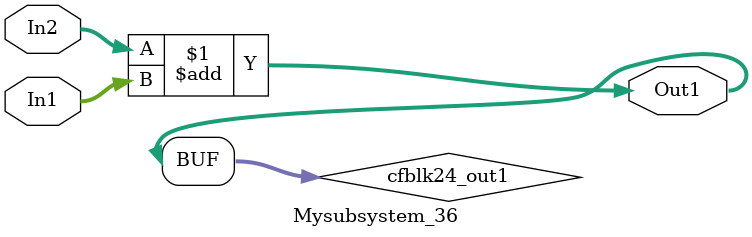
<source format=v>



`timescale 1 ns / 1 ns

module Mysubsystem_36
          (In1,
           In2,
           Out1);


  input   [7:0] In1;  // uint8
  input   [7:0] In2;  // uint8
  output  [7:0] Out1;  // uint8


  wire [7:0] cfblk24_out1;  // uint8


  assign cfblk24_out1 = In2 + In1;



  assign Out1 = cfblk24_out1;

endmodule  // Mysubsystem_36


</source>
